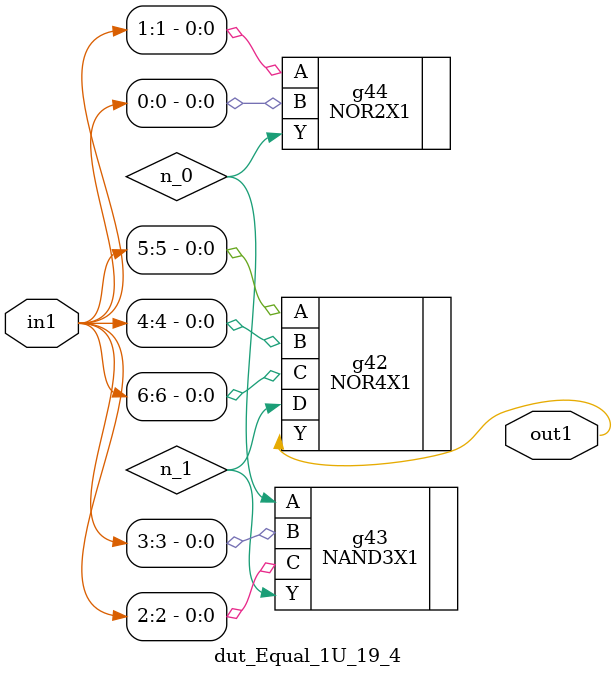
<source format=v>
`timescale 1ps / 1ps


module dut_Equal_1U_19_4(in1, out1);
  input [6:0] in1;
  output out1;
  wire [6:0] in1;
  wire out1;
  wire n_0, n_1;
  NOR4X1 g42(.A (in1[5]), .B (in1[4]), .C (in1[6]), .D (n_1), .Y
       (out1));
  NAND3X1 g43(.A (n_0), .B (in1[3]), .C (in1[2]), .Y (n_1));
  NOR2X1 g44(.A (in1[1]), .B (in1[0]), .Y (n_0));
endmodule



</source>
